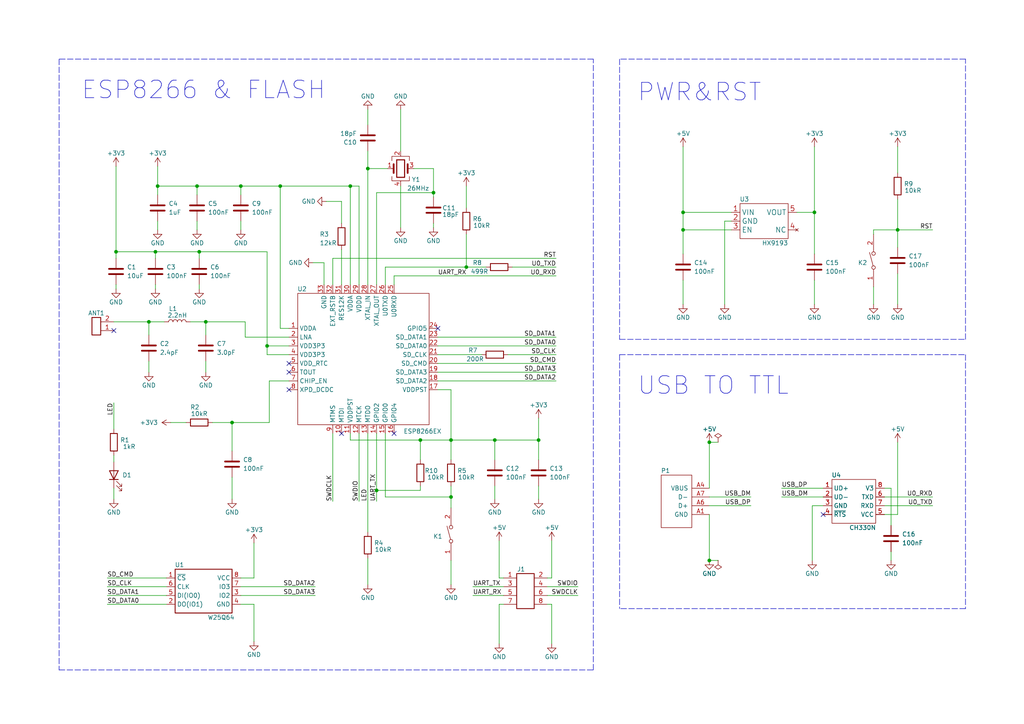
<source format=kicad_sch>
(kicad_sch (version 20211123) (generator eeschema)
  (paper "A4")
  (title_block (title "ESP8266 Wireless DAP") (date "2022-02-19") (rev "Version 1.2.2"))
  (lib_symbols
    (symbol "Connector:USB_C_Plug_USB2.0" (pin_names (offset 1.016))
      (property "Reference" "P" (at 0 16.51 0))
      (property "Value" "USB_C_Plug_USB2.0" (at 19.05 -1.27 0))
      (symbol "USB_C_Plug_USB2.0_0_0"
        (pin no_connect line (at -2.54 11.43 0) (length 2.54) hide (name "NC") (number "A5"))
        (pin no_connect line (at -2.54 8.89 0) (length 2.54) hide (name "NC") (number "A8"))
        (pin no_connect line (at -2.54 6.35 0) (length 2.54) hide (name "NC") (number "B5"))
        (pin no_connect line (at -2.54 3.81 0) (length 2.54) hide (name "NC") (number "B8"))
      )
      (symbol "USB_C_Plug_USB2.0_0_1"
        (rectangle (start 0 15.24) (end 8.89 0))
      )
      (symbol "USB_C_Plug_USB2.0_1_1"
        (pin passive line (at 13.97 3.81 180) (length 5.08) (name "GND") (number "A1"))
        (pin passive line (at 13.97 3.81 180) (length 5.08) hide (name "GND") (number "A12"))
        (pin passive line (at 13.97 11.43 180) (length 5.08) (name "VBUS") (number "A4"))
        (pin bidirectional line (at 13.97 6.35 180) (length 5.08) (name "D+") (number "A6"))
        (pin bidirectional line (at 13.97 8.89 180) (length 5.08) (name "D-") (number "A7"))
        (pin passive line (at 13.97 11.43 180) (length 5.08) hide (name "VBUS") (number "A9"))
        (pin passive line (at 13.97 3.81 180) (length 5.08) hide (name "GND") (number "B1"))
        (pin passive line (at 13.97 3.81 180) (length 5.08) hide (name "GND") (number "B12"))
        (pin passive line (at 13.97 11.43 180) (length 5.08) hide (name "VBUS") (number "B4"))
        (pin bidirectional line (at 13.97 6.35 180) (length 5.08) hide (name "D+") (number "B6"))
        (pin bidirectional line (at 13.97 8.89 180) (length 5.08) hide (name "D-") (number "B7"))
        (pin passive line (at 13.97 11.43 180) (length 5.08) hide (name "VBUS") (number "B9"))
      )
    )
    (symbol "Connector_Generic:Conn_01x02" (pin_names (offset 1.016) hide)
      (property "Reference" "J" (at 0 2.54 0))
      (property "Value" "Conn_01x02" (at 0 -5.08 0))
      (symbol "Conn_01x02_1_1"
        (rectangle (start -1.27 1.27) (end 1.27 -3.81) (stroke (width 0.254)))
        (pin passive line (at -5.08 0 0) (length 3.81) (name "Pin_1") (number "1"))
        (pin passive line (at -5.08 -2.54 0) (length 3.81) (name "Pin_2") (number "2"))
      )
    )
    (symbol "Connector_Generic:Conn_02x04_Odd_Even" (pin_names (offset 1.016) hide)
      (property "Reference" "J" (at 1.27 5.08 0))
      (property "Value" "Conn_02x04_Odd_Even" (at 1.27 -7.62 0))
      (symbol "Conn_02x04_Odd_Even_1_1"
        (rectangle (start -1.27 3.81) (end 3.81 -6.35) (stroke (width 0.254)))
        (pin passive line (at -5.08 2.54 0) (length 3.81) (name "Pin_1") (number "1"))
        (pin passive line (at 7.62 2.54 180) (length 3.81) (name "Pin_2") (number "2"))
        (pin passive line (at -5.08 0 0) (length 3.81) (name "Pin_3") (number "3"))
        (pin passive line (at 7.62 0 180) (length 3.81) (name "Pin_4") (number "4"))
        (pin passive line (at -5.08 -2.54 0) (length 3.81) (name "Pin_5") (number "5"))
        (pin passive line (at 7.62 -2.54 180) (length 3.81) (name "Pin_6") (number "6"))
        (pin passive line (at -5.08 -5.08 0) (length 3.81) (name "Pin_7") (number "7"))
        (pin passive line (at 7.62 -5.08 180) (length 3.81) (name "Pin_8") (number "8"))
      )
    )
    (symbol "Device:C" (pin_numbers hide) (pin_names (offset 0.254))
      (property "Reference" "C" (at 0.635 2.54 0))
      (property "Value" "C" (at 0.635 -2.54 0))
      (symbol "C_0_1"
        (polyline (pts (xy -2.032 -0.762) (xy 2.032 -0.762)) (stroke (width 0.508)))
        (polyline (pts (xy -2.032 0.762) (xy 2.032 0.762)) (stroke (width 0.508)))
      )
      (symbol "C_1_1"
        (pin passive line (at 0 3.81 270) (length 2.794) (name "~") (number "1"))
        (pin passive line (at 0 -3.81 90) (length 2.794) (name "~") (number "2"))
      )
    )
    (symbol "Device:Crystal_GND24" (pin_names (offset 1.016) hide)
      (property "Reference" "Y" (at 3.175 5.08 0))
      (property "Value" "Crystal_GND24" (at 3.175 3.175 0))
      (symbol "Crystal_GND24_0_1"
        (rectangle (start -1.143 2.54) (end 1.143 -2.54) (stroke (width 0.3048)))
        (polyline (pts (xy -2.54 0) (xy -2.032 0)))
        (polyline (pts (xy -2.032 -1.27) (xy -2.032 1.27)) (stroke (width 0.508)))
        (polyline (pts (xy 0 -3.81) (xy 0 -3.556)))
        (polyline (pts (xy 0 3.556) (xy 0 3.81)))
        (polyline (pts (xy 2.032 -1.27) (xy 2.032 1.27)) (stroke (width 0.508)))
        (polyline (pts (xy 2.032 0) (xy 2.54 0)))
        (polyline (pts (xy -2.54 -2.286) (xy -2.54 -3.556) (xy 2.54 -3.556) (xy 2.54 -2.286)))
        (polyline (pts (xy -2.54 2.286) (xy -2.54 3.556) (xy 2.54 3.556) (xy 2.54 2.286)))
      )
      (symbol "Crystal_GND24_1_1"
        (pin passive line (at -3.81 0 0) (length 1.27) (name "1") (number "1"))
        (pin passive line (at 0 5.08 270) (length 1.27) (name "2") (number "2"))
        (pin passive line (at 3.81 0 180) (length 1.27) (name "3") (number "3"))
        (pin passive line (at 0 -5.08 90) (length 1.27) (name "4") (number "4"))
      )
    )
    (symbol "Device:L" (pin_numbers hide) (pin_names (offset 1.016) hide)
      (property "Reference" "L" (at -1.27 0 90))
      (property "Value" "L" (at 1.905 0 90))
      (symbol "L_0_1"
        (arc (start 0 -2.54) (mid 0.635 -1.905) (end 0 -1.27))
        (arc (start 0 -1.27) (mid 0.635 -0.635) (end 0 0))
        (arc (start 0 0) (mid 0.635 0.635) (end 0 1.27))
        (arc (start 0 1.27) (mid 0.635 1.905) (end 0 2.54))
      )
      (symbol "L_1_1"
        (pin passive line (at 0 3.81 270) (length 1.27) (name "1") (number "1"))
        (pin passive line (at 0 -3.81 90) (length 1.27) (name "2") (number "2"))
      )
    )
    (symbol "Device:LED" (pin_numbers hide) (pin_names (offset 1.016) hide)
      (property "Reference" "D" (at 0 2.54 0))
      (property "Value" "LED" (at 0 -2.54 0))
      (symbol "LED_0_1"
        (polyline (pts (xy -1.27 -1.27) (xy -1.27 1.27)) (stroke (width 0.254)))
        (polyline (pts (xy -1.27 0) (xy 1.27 0)))
        (polyline (pts (xy 1.27 -1.27) (xy 1.27 1.27) (xy -1.27 0) (xy 1.27 -1.27)) (stroke (width 0.254)))
        (polyline (pts (xy -3.048 -0.762) (xy -4.572 -2.286) (xy -3.81 -2.286) (xy -4.572 -2.286) (xy -4.572 -1.524)))
        (polyline (pts (xy -1.778 -0.762) (xy -3.302 -2.286) (xy -2.54 -2.286) (xy -3.302 -2.286) (xy -3.302 -1.524)))
      )
      (symbol "LED_1_1"
        (pin passive line (at -3.81 0 0) (length 2.54) (name "K") (number "1"))
        (pin passive line (at 3.81 0 180) (length 2.54) (name "A") (number "2"))
      )
    )
    (symbol "Device:R" (pin_numbers hide) (pin_names (offset 0))
      (property "Reference" "R" (at 2.032 0 90))
      (property "Value" "R" (at 0 0 90))
      (symbol "R_0_1"
        (rectangle (start -1.016 -2.54) (end 1.016 2.54) (stroke (width 0.254)))
      )
      (symbol "R_1_1"
        (pin passive line (at 0 3.81 270) (length 1.27) (name "~") (number "1"))
        (pin passive line (at 0 -3.81 90) (length 1.27) (name "~") (number "2"))
      )
    )
    (symbol "ESP8266:ESP8266EX"
      (property "Reference" "U" (at 31.75 39.37 0))
      (property "Value" "ESP8266EX" (at 35.56 -1.27 0))
      (symbol "ESP8266EX_0_1"
        (rectangle (start 0 38.1) (end 38.1 0))
      )
      (symbol "ESP8266EX_1_1"
        (pin power_in line (at -2.54 27.94 0) (length 2.54) (name "VDDA") (number "1"))
        (pin bidirectional line (at 12.7 -2.54 90) (length 2.54) (name "MTDI") (number "10"))
        (pin power_in line (at 15.24 -2.54 90) (length 2.54) (name "VDDPST") (number "11"))
        (pin bidirectional line (at 17.78 -2.54 90) (length 2.54) (name "MTCK") (number "12"))
        (pin bidirectional line (at 20.32 -2.54 90) (length 2.54) (name "MTDO") (number "13"))
        (pin bidirectional line (at 22.86 -2.54 90) (length 2.54) (name "GPIO2") (number "14"))
        (pin bidirectional line (at 25.4 -2.54 90) (length 2.54) (name "GPIO0") (number "15"))
        (pin bidirectional line (at 27.94 -2.54 90) (length 2.54) (name "GPIO4") (number "16"))
        (pin power_in line (at 40.64 10.16 180) (length 2.54) (name "VDDPST") (number "17"))
        (pin bidirectional line (at 40.64 12.7 180) (length 2.54) (name "SD_DATA2") (number "18"))
        (pin bidirectional line (at 40.64 15.24 180) (length 2.54) (name "SD_DATA3") (number "19"))
        (pin input line (at -2.54 25.4 0) (length 2.54) (name "LNA") (number "2"))
        (pin bidirectional line (at 40.64 17.78 180) (length 2.54) (name "SD_CMD") (number "20"))
        (pin bidirectional line (at 40.64 20.32 180) (length 2.54) (name "SD_CLK") (number "21"))
        (pin bidirectional line (at 40.64 22.86 180) (length 2.54) (name "SD_DATA0") (number "22"))
        (pin bidirectional line (at 40.64 25.4 180) (length 2.54) (name "SD_DATA1") (number "23"))
        (pin bidirectional line (at 40.64 27.94 180) (length 2.54) (name "GPIO5") (number "24"))
        (pin bidirectional line (at 27.94 40.64 270) (length 2.54) (name "U0RXD") (number "25"))
        (pin bidirectional line (at 25.4 40.64 270) (length 2.54) (name "U0TXD") (number "26"))
        (pin input line (at 22.86 40.64 270) (length 2.54) (name "XTAL_OUT") (number "27"))
        (pin input line (at 20.32 40.64 270) (length 2.54) (name "XTAL_IN") (number "28"))
        (pin power_in line (at 17.78 40.64 270) (length 2.54) (name "VDDD") (number "29"))
        (pin power_in line (at -2.54 22.86 0) (length 2.54) (name "VDD3P3") (number "3"))
        (pin power_in line (at 15.24 40.64 270) (length 2.54) (name "VDDA") (number "30"))
        (pin output line (at 12.7 40.64 270) (length 2.54) (name "RES12K") (number "31"))
        (pin input line (at 10.16 40.64 270) (length 2.54) (name "EXT_RSTB") (number "32"))
        (pin power_in line (at 7.62 40.64 270) (length 2.54) (name "GND") (number "33"))
        (pin power_in line (at -2.54 20.32 0) (length 2.54) (name "VDD3P3") (number "4"))
        (pin passive line (at -2.54 17.78 0) (length 2.54) (name "VDD_RTC") (number "5"))
        (pin passive line (at -2.54 15.24 0) (length 2.54) (name "TOUT") (number "6"))
        (pin input line (at -2.54 12.7 0) (length 2.54) (name "CHIP_EN") (number "7"))
        (pin passive line (at -2.54 10.16 0) (length 2.54) (name "XPD_DCDC") (number "8"))
        (pin bidirectional line (at 10.16 -2.54 90) (length 2.54) (name "MTMS") (number "9"))
      )
    )
    (symbol "ESP8266:HX9193"
      (property "Reference" "U" (at 1.27 11.43 0))
      (property "Value" "HX9193" (at 10.16 -1.27 0))
      (symbol "HX9193_0_1"
        (rectangle (start 0 10.16) (end 13.97 0))
      )
      (symbol "HX9193_1_1"
        (pin power_in line (at -2.54 7.62 0) (length 2.54) (name "VIN") (number "1"))
        (pin power_in line (at -2.54 5.08 0) (length 2.54) (name "GND") (number "2"))
        (pin input line (at -2.54 2.54 0) (length 2.54) (name "EN") (number "3"))
        (pin no_connect line (at 16.51 2.54 180) (length 2.54) (name "NC") (number "4"))
        (pin power_out line (at 16.51 7.62 180) (length 2.54) (name "VOUT") (number "5"))
      )
    )
    (symbol "ESP8266:W25Q64"
      (property "Reference" "U" (at 1.27 13.97 0))
      (property "Value" "W25Q64" (at 12.7 -1.27 0))
      (symbol "W25Q64_0_1"
        (rectangle (start 0 12.7) (end 16.51 0) (stroke (width 0.254)))
      )
      (symbol "W25Q64_1_1"
        (pin input line (at -2.54 10.16 0) (length 2.54) (name "~{CS}") (number "1"))
        (pin bidirectional line (at -2.54 2.54 0) (length 2.54) (name "DO(IO1)") (number "2"))
        (pin bidirectional line (at 19.05 5.08 180) (length 2.54) (name "IO2") (number "3"))
        (pin power_in line (at 19.05 2.54 180) (length 2.54) (name "GND") (number "4"))
        (pin bidirectional line (at -2.54 5.08 0) (length 2.54) (name "DI(IO0)") (number "5"))
        (pin input line (at -2.54 7.62 0) (length 2.54) (name "CLK") (number "6"))
        (pin bidirectional line (at 19.05 7.62 180) (length 2.54) (name "IO3") (number "7"))
        (pin power_in line (at 19.05 10.16 180) (length 2.54) (name "VCC") (number "8"))
      )
    )
    (symbol "Interface_USB:CH330N"
      (property "Reference" "U" (at 0 13.97 0))
      (property "Value" "CH330N" (at 15.24 -1.27 0))
      (symbol "CH330N_0_1"
        (rectangle (start 0 12.7) (end 12.7 0))
      )
      (symbol "CH330N_1_1"
        (pin bidirectional line (at -2.54 10.16 0) (length 2.54) (name "UD+") (number "1"))
        (pin bidirectional line (at -2.54 7.62 0) (length 2.54) (name "UD-") (number "2"))
        (pin power_in line (at -2.54 5.08 0) (length 2.54) (name "GND") (number "3"))
        (pin output line (at -2.54 2.54 0) (length 2.54) (name "~{RTS}") (number "4"))
        (pin power_in line (at 15.24 2.54 180) (length 2.54) (name "VCC") (number "5"))
        (pin output line (at 15.24 7.62 180) (length 2.54) (name "TXD") (number "6"))
        (pin input line (at 15.24 5.08 180) (length 2.54) (name "RXD") (number "7"))
        (pin passive line (at 15.24 10.16 180) (length 2.54) (name "V3") (number "8"))
      )
    )
    (symbol "Switch:SW_DIP_x01" (pin_names (offset 0) hide)
      (property "Reference" "SW" (at 0 3.81 0))
      (property "Value" "SW_DIP_x01" (at 0 -3.81 0))
      (symbol "SW_DIP_x01_0_0"
        (circle (center -2.032 0) (radius 0.508))
        (polyline (pts (xy -1.524 0.127) (xy 2.3622 1.1684)))
        (circle (center 2.032 0) (radius 0.508))
      )
      (symbol "SW_DIP_x01_1_1"
        (pin passive line (at -7.62 0 0) (length 5.08) (name "~") (number "1"))
        (pin passive line (at 7.62 0 180) (length 5.08) (name "~") (number "2"))
      )
    )
    (symbol "power:+3.3V" (power) (pin_names (offset 0))
      (property "Value" "+3.3V" (at 0 3.556 0))
      (symbol "+3.3V_0_1"
        (polyline (pts (xy -0.762 1.27) (xy 0 2.54)))
        (polyline (pts (xy 0 0) (xy 0 2.54)))
        (polyline (pts (xy 0 2.54) (xy 0.762 1.27)))
      )
      (symbol "+3.3V_1_1"
        (pin power_in line (at 0 0 90) (length 0) hide (name "+3V3") (number "1"))
      )
    )
    (symbol "power:+5V" (power) (pin_names (offset 0))
      (property "Value" "+5V" (at 0 3.556 0))
      (symbol "+5V_0_1"
        (polyline (pts (xy -0.762 1.27) (xy 0 2.54)))
        (polyline (pts (xy 0 0) (xy 0 2.54)))
        (polyline (pts (xy 0 2.54) (xy 0.762 1.27)))
      )
      (symbol "+5V_1_1"
        (pin power_in line (at 0 0 90) (length 0) hide (name "+5V") (number "1"))
      )
    )
    (symbol "power:GND" (power) (pin_names (offset 0))
      (property "Value" "GND" (at 0 -3.81 0))
      (symbol "GND_0_1"
        (polyline (pts (xy 0 0) (xy 0 -1.27) (xy 1.27 -1.27) (xy 0 -2.54) (xy -1.27 -1.27) (xy 0 -1.27)))
      )
      (symbol "GND_1_1"
        (pin power_in line (at 0 0 270) (length 0) hide (name "GND") (number "1"))
      )
    )
    (symbol "power:PWR_FLAG" (power) (pin_numbers hide) (pin_names (offset 0) hide)
      (property "Value" "PWR_FLAG" (at 0 3.81 0))
      (symbol "PWR_FLAG_0_0"
        (pin power_out line (at 0 0 90) (length 0) (name "pwr") (number "1"))
      )
      (symbol "PWR_FLAG_0_1"
        (polyline (pts (xy 0 0) (xy 0 1.27) (xy -1.016 1.905) (xy 0 2.54) (xy 1.016 1.905) (xy 0 1.27)))
      )
    )
  )
  (junction (at 121.92 127.635))
  (junction (at 135.255 77.47))
  (junction (at 260.35 66.675))
  (junction (at 81.28 53.975))
  (junction (at 156.21 127.635))
  (junction (at 205.74 162.56))
  (junction (at 45.085 73.025))
  (junction (at 57.785 73.025))
  (junction (at 130.81 127.635))
  (junction (at 205.74 128.27))
  (junction (at 67.31 122.555))
  (junction (at 43.18 93.345))
  (junction (at 125.73 55.88))
  (junction (at 77.47 100.33))
  (junction (at 33.655 73.025))
  (junction (at 143.51 127.635))
  (junction (at 69.85 53.975))
  (junction (at 198.12 61.595))
  (junction (at 101.6 53.975))
  (junction (at 57.15 53.975))
  (junction (at 106.68 48.895))
  (junction (at 236.22 61.595))
  (junction (at 198.12 66.675))
  (junction (at 130.81 144.145))
  (junction (at 59.69 93.345))
  (junction (at 45.72 53.975))
  (junction (at 109.22 142.24))
  (no_connect (at 33.02 95.885))
  (no_connect (at 238.76 149.225))
  (no_connect (at 99.06 125.73))
  (no_connect (at 127 95.25))
  (no_connect (at 114.3 125.73))
  (no_connect (at 83.82 107.95))
  (no_connect (at 83.82 105.41))
  (no_connect (at 83.82 113.03))
  (wire (pts (xy 198.12 66.675) (xy 212.09 66.675)))
  (wire (pts (xy 130.81 162.56) (xy 130.81 169.545)))
  (wire (pts (xy 125.73 48.895) (xy 120.015 48.895)))
  (wire (pts (xy 127 105.41) (xy 161.29 105.41)))
  (wire (pts (xy 205.74 128.27) (xy 205.74 141.605)))
  (wire (pts (xy 198.12 66.675) (xy 198.12 73.66)))
  (wire (pts (xy 226.695 141.605) (xy 238.76 141.605)))
  (wire (pts (xy 31.115 167.64) (xy 48.26 167.64)))
  (wire (pts (xy 205.74 162.56) (xy 208.28 162.56)))
  (wire (pts (xy 109.22 82.55) (xy 109.22 55.88)))
  (wire (pts (xy 111.76 144.145) (xy 130.81 144.145)))
  (wire (pts (xy 93.98 76.2) (xy 93.98 82.55)))
  (wire (pts (xy 45.72 53.975) (xy 57.15 53.975)))
  (wire (pts (xy 260.35 149.225) (xy 256.54 149.225)))
  (wire (pts (xy 33.02 93.345) (xy 43.18 93.345)))
  (wire (pts (xy 256.54 144.145) (xy 270.51 144.145)))
  (wire (pts (xy 101.6 53.975) (xy 81.28 53.975)))
  (polyline (pts (xy 280.035 176.53) (xy 179.705 176.53)))
  (wire (pts (xy 127 107.95) (xy 161.29 107.95)))
  (wire (pts (xy 96.52 125.73) (xy 96.52 145.415)))
  (wire (pts (xy 143.51 140.97) (xy 143.51 144.78)))
  (wire (pts (xy 114.3 82.55) (xy 114.3 80.01)))
  (wire (pts (xy 77.47 73.025) (xy 77.47 100.33)))
  (wire (pts (xy 99.06 72.39) (xy 99.06 82.55)))
  (wire (pts (xy 81.28 95.25) (xy 81.28 53.975)))
  (wire (pts (xy 158.75 175.26) (xy 160.02 175.26)))
  (wire (pts (xy 127 102.87) (xy 139.7 102.87)))
  (wire (pts (xy 45.72 53.975) (xy 45.72 56.515)))
  (wire (pts (xy 125.73 57.15) (xy 125.73 55.88)))
  (polyline (pts (xy 179.705 102.87) (xy 280.035 102.87)))
  (wire (pts (xy 109.22 125.73) (xy 109.22 142.24)))
  (wire (pts (xy 236.22 61.595) (xy 236.22 42.545)))
  (wire (pts (xy 77.47 100.33) (xy 77.47 102.87)))
  (wire (pts (xy 160.02 167.64) (xy 160.02 156.845)))
  (wire (pts (xy 104.14 53.975) (xy 101.6 53.975)))
  (wire (pts (xy 57.15 56.515) (xy 57.15 53.975)))
  (wire (pts (xy 210.185 64.135) (xy 210.185 88.265)))
  (wire (pts (xy 253.365 67.945) (xy 253.365 66.675)))
  (wire (pts (xy 116.205 53.975) (xy 116.205 66.04)))
  (wire (pts (xy 67.31 122.555) (xy 67.31 130.81)))
  (wire (pts (xy 69.85 53.975) (xy 81.28 53.975)))
  (wire (pts (xy 57.15 53.975) (xy 69.85 53.975)))
  (wire (pts (xy 144.78 156.845) (xy 144.78 167.64)))
  (wire (pts (xy 106.68 36.195) (xy 106.68 31.75)))
  (wire (pts (xy 135.255 77.47) (xy 140.97 77.47)))
  (wire (pts (xy 69.85 64.135) (xy 69.85 66.675)))
  (polyline (pts (xy 280.035 17.145) (xy 179.705 17.145)))
  (wire (pts (xy 130.81 113.03) (xy 127 113.03)))
  (wire (pts (xy 130.81 127.635) (xy 130.81 133.35)))
  (wire (pts (xy 94.615 58.42) (xy 99.06 58.42)))
  (wire (pts (xy 78.105 110.49) (xy 78.105 122.555)))
  (wire (pts (xy 109.22 142.24) (xy 109.22 145.415)))
  (wire (pts (xy 258.445 141.605) (xy 258.445 152.4)))
  (wire (pts (xy 33.02 116.84) (xy 33.02 124.46)))
  (wire (pts (xy 253.365 66.675) (xy 260.35 66.675)))
  (wire (pts (xy 45.72 48.26) (xy 45.72 53.975)))
  (polyline (pts (xy 179.705 98.425) (xy 280.035 98.425)))
  (wire (pts (xy 83.82 100.33) (xy 77.47 100.33)))
  (wire (pts (xy 90.805 76.2) (xy 93.98 76.2)))
  (wire (pts (xy 236.22 81.28) (xy 236.22 88.265)))
  (wire (pts (xy 125.73 64.77) (xy 125.73 66.04)))
  (wire (pts (xy 156.21 140.97) (xy 156.21 144.78)))
  (wire (pts (xy 156.21 127.635) (xy 156.21 133.35)))
  (wire (pts (xy 57.785 73.025) (xy 77.47 73.025)))
  (wire (pts (xy 156.21 121.285) (xy 156.21 127.635)))
  (wire (pts (xy 135.255 53.975) (xy 135.255 60.325)))
  (wire (pts (xy 83.82 97.79) (xy 71.12 97.79)))
  (wire (pts (xy 33.02 141.605) (xy 33.02 144.78)))
  (wire (pts (xy 236.22 61.595) (xy 236.22 73.66)))
  (wire (pts (xy 33.02 133.985) (xy 33.02 132.08)))
  (wire (pts (xy 101.6 127.635) (xy 121.92 127.635)))
  (wire (pts (xy 130.81 144.145) (xy 130.81 147.32)))
  (wire (pts (xy 106.68 48.895) (xy 112.395 48.895)))
  (wire (pts (xy 111.76 125.73) (xy 111.76 144.145)))
  (wire (pts (xy 73.66 175.26) (xy 73.66 186.055)))
  (wire (pts (xy 43.18 104.775) (xy 43.18 107.95)))
  (wire (pts (xy 111.76 82.55) (xy 111.76 77.47)))
  (wire (pts (xy 101.6 125.73) (xy 101.6 127.635)))
  (polyline (pts (xy 172.085 194.31) (xy 172.085 17.145)))
  (wire (pts (xy 144.78 175.26) (xy 144.78 186.69)))
  (wire (pts (xy 160.02 175.26) (xy 160.02 186.69)))
  (polyline (pts (xy 280.035 102.87) (xy 280.035 176.53)))
  (wire (pts (xy 235.585 162.56) (xy 235.585 146.685)))
  (wire (pts (xy 33.655 48.26) (xy 33.655 73.025)))
  (wire (pts (xy 256.54 146.685) (xy 270.51 146.685)))
  (wire (pts (xy 121.92 127.635) (xy 130.81 127.635)))
  (wire (pts (xy 106.68 125.73) (xy 106.68 154.305)))
  (wire (pts (xy 49.53 122.555) (xy 53.975 122.555)))
  (wire (pts (xy 109.22 55.88) (xy 125.73 55.88)))
  (wire (pts (xy 71.12 93.345) (xy 59.69 93.345)))
  (wire (pts (xy 33.655 82.55) (xy 33.655 83.82)))
  (wire (pts (xy 83.82 95.25) (xy 81.28 95.25)))
  (wire (pts (xy 111.76 77.47) (xy 135.255 77.47)))
  (wire (pts (xy 205.74 128.27) (xy 208.28 128.27)))
  (wire (pts (xy 83.82 110.49) (xy 78.105 110.49)))
  (wire (pts (xy 158.75 167.64) (xy 160.02 167.64)))
  (wire (pts (xy 73.66 157.48) (xy 73.66 167.64)))
  (wire (pts (xy 226.695 144.145) (xy 238.76 144.145)))
  (wire (pts (xy 137.16 170.18) (xy 146.05 170.18)))
  (wire (pts (xy 161.29 74.93) (xy 96.52 74.93)))
  (wire (pts (xy 45.085 74.93) (xy 45.085 73.025)))
  (wire (pts (xy 114.3 80.01) (xy 161.29 80.01)))
  (wire (pts (xy 116.205 43.815) (xy 116.205 31.75)))
  (wire (pts (xy 205.74 149.225) (xy 205.74 162.56)))
  (wire (pts (xy 205.74 144.145) (xy 217.805 144.145)))
  (polyline (pts (xy 179.705 102.87) (xy 179.705 176.53)))
  (wire (pts (xy 125.73 48.895) (xy 125.73 55.88)))
  (wire (pts (xy 198.12 42.545) (xy 198.12 61.595)))
  (wire (pts (xy 258.445 160.02) (xy 258.445 162.56)))
  (wire (pts (xy 148.59 77.47) (xy 161.29 77.47)))
  (wire (pts (xy 256.54 141.605) (xy 258.445 141.605)))
  (wire (pts (xy 33.655 73.025) (xy 45.085 73.025)))
  (wire (pts (xy 31.115 172.72) (xy 48.26 172.72)))
  (wire (pts (xy 260.35 42.545) (xy 260.35 50.165)))
  (wire (pts (xy 106.68 161.925) (xy 106.68 169.545)))
  (wire (pts (xy 198.12 81.28) (xy 198.12 88.265)))
  (wire (pts (xy 147.32 102.87) (xy 161.29 102.87)))
  (wire (pts (xy 45.085 82.55) (xy 45.085 83.82)))
  (wire (pts (xy 212.09 64.135) (xy 210.185 64.135)))
  (wire (pts (xy 109.22 142.24) (xy 121.92 142.24)))
  (wire (pts (xy 69.85 175.26) (xy 73.66 175.26)))
  (wire (pts (xy 73.66 167.64) (xy 69.85 167.64)))
  (wire (pts (xy 235.585 146.685) (xy 238.76 146.685)))
  (wire (pts (xy 47.625 93.345) (xy 43.18 93.345)))
  (wire (pts (xy 69.85 53.975) (xy 69.85 56.515)))
  (wire (pts (xy 260.35 128.27) (xy 260.35 149.225)))
  (wire (pts (xy 57.15 64.135) (xy 57.15 66.675)))
  (wire (pts (xy 61.595 122.555) (xy 67.31 122.555)))
  (polyline (pts (xy 280.035 98.425) (xy 280.035 17.145)))
  (wire (pts (xy 45.72 64.135) (xy 45.72 66.675)))
  (wire (pts (xy 69.85 170.18) (xy 91.44 170.18)))
  (wire (pts (xy 198.12 61.595) (xy 198.12 66.675)))
  (wire (pts (xy 143.51 127.635) (xy 130.81 127.635)))
  (wire (pts (xy 59.69 104.775) (xy 59.69 107.95)))
  (wire (pts (xy 130.81 140.97) (xy 130.81 144.145)))
  (wire (pts (xy 260.35 79.375) (xy 260.35 88.265)))
  (wire (pts (xy 127 100.33) (xy 161.29 100.33)))
  (wire (pts (xy 106.68 82.55) (xy 106.68 48.895)))
  (wire (pts (xy 127 97.79) (xy 161.29 97.79)))
  (polyline (pts (xy 17.145 194.31) (xy 172.085 194.31)))
  (wire (pts (xy 106.68 43.815) (xy 106.68 48.895)))
  (wire (pts (xy 127 110.49) (xy 161.29 110.49)))
  (wire (pts (xy 121.92 142.24) (xy 121.92 140.97)))
  (wire (pts (xy 45.085 73.025) (xy 57.785 73.025)))
  (wire (pts (xy 55.245 93.345) (xy 59.69 93.345)))
  (wire (pts (xy 96.52 74.93) (xy 96.52 82.55)))
  (wire (pts (xy 78.105 122.555) (xy 67.31 122.555)))
  (wire (pts (xy 135.255 77.47) (xy 135.255 67.945)))
  (wire (pts (xy 121.92 127.635) (xy 121.92 133.35)))
  (wire (pts (xy 104.14 125.73) (xy 104.14 145.415)))
  (wire (pts (xy 146.05 175.26) (xy 144.78 175.26)))
  (wire (pts (xy 57.785 82.55) (xy 57.785 83.82)))
  (wire (pts (xy 260.35 57.785) (xy 260.35 66.675)))
  (wire (pts (xy 156.21 127.635) (xy 143.51 127.635)))
  (wire (pts (xy 99.06 58.42) (xy 99.06 64.77)))
  (wire (pts (xy 69.85 172.72) (xy 91.44 172.72)))
  (wire (pts (xy 260.35 66.675) (xy 260.35 71.755)))
  (wire (pts (xy 33.655 73.025) (xy 33.655 74.93)))
  (wire (pts (xy 231.14 61.595) (xy 236.22 61.595)))
  (wire (pts (xy 31.115 175.26) (xy 48.26 175.26)))
  (wire (pts (xy 67.31 138.43) (xy 67.31 144.78)))
  (polyline (pts (xy 172.085 17.145) (xy 17.145 17.145)))
  (wire (pts (xy 130.81 127.635) (xy 130.81 113.03)))
  (wire (pts (xy 71.12 97.79) (xy 71.12 93.345)))
  (wire (pts (xy 260.35 66.675) (xy 270.51 66.675)))
  (wire (pts (xy 158.75 170.18) (xy 167.64 170.18)))
  (wire (pts (xy 59.69 93.345) (xy 59.69 97.155)))
  (wire (pts (xy 205.74 146.685) (xy 217.805 146.685)))
  (wire (pts (xy 77.47 102.87) (xy 83.82 102.87)))
  (wire (pts (xy 31.115 170.18) (xy 48.26 170.18)))
  (wire (pts (xy 101.6 82.55) (xy 101.6 53.975)))
  (wire (pts (xy 137.16 172.72) (xy 146.05 172.72)))
  (wire (pts (xy 143.51 127.635) (xy 143.51 133.35)))
  (wire (pts (xy 57.785 73.025) (xy 57.785 74.93)))
  (polyline (pts (xy 17.145 17.145) (xy 17.145 194.31)))
  (wire (pts (xy 144.78 167.64) (xy 146.05 167.64)))
  (wire (pts (xy 158.75 172.72) (xy 167.64 172.72)))
  (wire (pts (xy 198.12 61.595) (xy 212.09 61.595)))
  (polyline (pts (xy 179.705 17.145) (xy 179.705 98.425)))
  (wire (pts (xy 43.18 93.345) (xy 43.18 97.155)))
  (wire (pts (xy 104.14 82.55) (xy 104.14 53.975)))
  (wire (pts (xy 253.365 83.185) (xy 253.365 88.265)))
  (text "ESP8266 & FLASH" (at 23.495 29.21 0) (effects (font (size 5.08 5.08)) (justify left bottom)))
  (text "PWR&RST" (at 184.785 29.845 0) (effects (font (size 5.08 5.08)) (justify left bottom)))
  (text "USB TO TTL" (at 184.785 114.935 0) (effects (font (size 5.08 5.08)) (justify left bottom)))
  (label "U0_RXD" (at 161.29 80.01 180))
  (label "SD_DATA3" (at 161.29 107.95 180))
  (label "SD_CLK" (at 31.115 170.18 0))
  (label "SWDCLK" (at 96.52 145.415 90))
  (label "SD_CLK" (at 161.29 102.87 180))
  (label "SD_DATA0" (at 161.29 100.33 180))
  (label "UART_RX" (at 137.16 172.72 0))
  (label "USB_DM" (at 217.805 144.145 180))
  (label "USB_DP" (at 226.695 141.605 0))
  (label "RST" (at 270.51 66.675 180))
  (label "SD_DATA2" (at 161.29 110.49 180))
  (label "SD_CMD" (at 161.29 105.41 180))
  (label "UART_TX" (at 137.16 170.18 0))
  (label "LED" (at 106.68 145.415 90))
  (label "USB_DP" (at 217.805 146.685 180))
  (label "U0_TXD" (at 161.29 77.47 180))
  (label "SWDCLK" (at 167.64 172.72 180))
  (label "LED" (at 33.02 116.84 270))
  (label "SD_DATA2" (at 91.44 170.18 180))
  (label "SD_DATA3" (at 91.44 172.72 180))
  (label "U0_TXD" (at 270.51 146.685 180))
  (label "UART_TX" (at 109.22 145.415 90))
  (label "SWDIO" (at 104.14 145.415 90))
  (label "SD_DATA1" (at 31.115 172.72 0))
  (label "U0_RXD" (at 270.51 144.145 180))
  (label "SD_DATA0" (at 31.115 175.26 0))
  (label "RST" (at 161.29 74.93 180))
  (label "UART_RX" (at 127 80.01 0))
  (label "USB_DM" (at 226.695 144.145 0))
  (label "SWDIO" (at 167.64 170.18 180))
  (label "SD_DATA1" (at 161.29 97.79 180))
  (label "SD_CMD" (at 31.115 167.64 0))
  (symbol (lib_id "power:GND") (at 57.15 66.675 0) (unit 1)
    (property "Reference" "#PWR010" (effects hide))
    (property "Value" "GND" (at 57.15 70.485 0))
  )
  (symbol (lib_id "power:GND") (at 94.615 58.42 270) (unit 1)
    (property "Reference" "#PWR018" (effects hide))
    (property "Value" "GND" (at 89.535 58.42 90))
  )
  (symbol (lib_id "power:+3.3V") (at 135.255 53.975 0) (unit 1)
    (property "Reference" "#PWR025" (effects hide))
    (property "Value" "+3.3V" (at 135.255 50.165 0))
  )
  (symbol (lib_id "Switch:SW_DIP_x01") (at 253.365 75.565 90) (unit 1)
    (property "Reference" "K2" (at 250.19 76.2 90))
    (property "Value" "SW_DIP_x01" (effects hide))
    (property "Footprint" "Button_Switch_SMD:SW_Push_SPST_NO_Alps_SKRK" (effects hide))
  )
  (symbol (lib_id "Device:C") (at 43.18 100.965 0) (unit 1)
    (property "Reference" "C2" (at 46.355 99.6949 0) (effects (justify left)))
    (property "Value" "2.4pF" (at 46.355 102.2349 0) (effects (justify left)))
    (property "Footprint" "Capacitor_SMD:C_0603_1608Metric" (effects hide))
  )
  (symbol (lib_id "Device:C") (at 143.51 137.16 0) (unit 1)
    (property "Reference" "C12" (at 146.685 135.8899 0) (effects (justify left)))
    (property "Value" "100nF" (at 146.685 138.4299 0) (effects (justify left)))
    (property "Footprint" "Capacitor_SMD:C_0603_1608Metric" (effects hide))
  )
  (symbol (lib_id "power:GND") (at 116.205 66.04 0) (unit 1)
    (property "Reference" "#PWR022" (effects hide))
    (property "Value" "GND" (at 116.205 69.85 0))
  )
  (symbol (lib_id "ESP8266:HX9193") (at 214.63 69.215 0) (unit 1)
    (property "Reference" "U3" (at 215.9 57.785 0))
    (property "Value" "HX9193" (at 224.79 70.485 0))
    (property "Footprint" "Package_TO_SOT_SMD:SOT-23-5" (effects hide))
  )
  (symbol (lib_id "power:+3.3V") (at 260.35 42.545 0) (unit 1)
    (property "Reference" "#PWR043" (effects hide))
    (property "Value" "+3.3V" (at 260.35 38.735 0))
  )
  (symbol (lib_id "Device:C") (at 59.69 100.965 0) (unit 1)
    (property "Reference" "C7" (at 62.865 99.6949 0) (effects (justify left)))
    (property "Value" "3.0pF" (at 62.865 102.2349 0) (effects (justify left)))
    (property "Footprint" "Capacitor_SMD:C_0603_1608Metric" (effects hide))
  )
  (symbol (lib_id "power:GND") (at 125.73 66.04 0) (unit 1)
    (property "Reference" "#PWR023" (effects hide))
    (property "Value" "GND" (at 125.73 69.85 0))
  )
  (symbol (lib_id "power:GND") (at 67.31 144.78 0) (unit 1)
    (property "Reference" "#PWR013" (effects hide))
    (property "Value" "GND" (at 67.31 148.59 0))
  )
  (symbol (lib_id "power:GND") (at 90.805 76.2 270) (unit 1)
    (property "Reference" "#PWR017" (effects hide))
    (property "Value" "GND" (at 85.725 76.2 90))
  )
  (symbol (lib_id "Device:C") (at 33.655 78.74 0) (unit 1)
    (property "Reference" "C1" (at 36.83 77.4699 0) (effects (justify left)))
    (property "Value" "10uF" (at 36.83 80.0099 0) (effects (justify left)))
    (property "Footprint" "Capacitor_SMD:C_0603_1608Metric" (effects hide))
  )
  (symbol (lib_id "power:+3.3V") (at 73.66 157.48 0) (unit 1)
    (property "Reference" "#PWR015" (effects hide))
    (property "Value" "+3.3V" (at 73.66 153.67 0))
  )
  (symbol (lib_id "power:GND") (at 160.02 186.69 0) (mirror y) (unit 1)
    (property "Reference" "#PWR032" (effects hide))
    (property "Value" "GND" (at 160.02 190.5 0))
  )
  (symbol (lib_id "power:GND") (at 106.68 31.75 180) (unit 1)
    (property "Reference" "#PWR019" (effects hide))
    (property "Value" "GND" (at 106.68 27.94 0))
  )
  (symbol (lib_id "Connector_Generic:Conn_02x04_Odd_Even") (at 151.13 170.18 0) (unit 1)
    (property "Reference" "J1" (at 151.13 165.1 0))
    (property "Value" "Conn_02x04_Odd_Even" (effects hide))
    (property "Footprint" "Connector_PinHeader_1.27mm:PinHeader_2x04_P1.27mm_Vertical_SMD" (effects hide))
  )
  (symbol (lib_id "Device:R") (at 135.255 64.135 180) (unit 1)
    (property "Reference" "R6" (at 138.43 63.5 0))
    (property "Value" "10kR" (at 139.7 65.405 0))
    (property "Footprint" "Resistor_SMD:R_0603_1608Metric" (effects hide))
  )
  (symbol (lib_id "Device:C") (at 125.73 60.96 0) (unit 1)
    (property "Reference" "C11" (at 128.27 60.325 0) (effects (justify left)))
    (property "Value" "18pF" (at 128.27 62.23 0) (effects (justify left)))
    (property "Footprint" "Capacitor_SMD:C_0603_1608Metric" (effects hide))
  )
  (symbol (lib_id "power:GND") (at 198.12 88.265 0) (unit 1)
    (property "Reference" "#PWR034" (effects hide))
    (property "Value" "GND" (at 198.12 92.075 0))
  )
  (symbol (lib_id "Device:R") (at 99.06 68.58 0) (unit 1)
    (property "Reference" "R3" (at 92.71 67.945 0) (effects (justify left)))
    (property "Value" "12kR" (at 92.71 70.485 0) (effects (justify left)))
    (property "Footprint" "Resistor_SMD:R_0603_1608Metric" (effects hide))
  )
  (symbol (lib_id "power:PWR_FLAG") (at 208.28 128.27 0) (unit 1)
    (property "Reference" "#FLG01" (effects hide))
    (property "Value" "PWR_FLAG" (effects hide))
  )
  (symbol (lib_id "power:+3.3V") (at 156.21 121.285 0) (unit 1)
    (property "Reference" "#PWR029" (effects hide))
    (property "Value" "+3.3V" (at 156.21 117.475 0))
  )
  (symbol (lib_id "power:GND") (at 235.585 162.56 0) (unit 1)
    (property "Reference" "#PWR038" (effects hide))
    (property "Value" "GND" (at 235.585 166.37 0))
  )
  (symbol (lib_id "power:+3.3V") (at 33.655 48.26 0) (unit 1)
    (property "Reference" "#PWR02" (effects hide))
    (property "Value" "+3.3V" (at 33.655 44.45 0))
  )
  (symbol (lib_id "Device:R") (at 57.785 122.555 90) (unit 1)
    (property "Reference" "R2" (at 56.515 118.11 90))
    (property "Value" "10kR" (at 57.785 120.015 90))
    (property "Footprint" "Resistor_SMD:R_0603_1608Metric" (effects hide))
  )
  (symbol (lib_id "Connector:USB_C_Plug_USB2.0") (at 191.77 153.035 0) (unit 1)
    (property "Reference" "P1" (at 193.04 136.525 0))
    (property "Value" "USB_C_Plug_USB2.0" (effects hide))
    (property "Footprint" "Connector_USB:USB_C_Receptacle_HRO_TYPE-C-31-M-12" (effects hide))
    (property "Datasheet" "https://www.usb.org/sites/default/files/documents/usb_type-c.zip" (effects hide))
  )
  (symbol (lib_id "power:+5V") (at 144.78 156.845 0) (unit 1)
    (property "Reference" "#PWR027" (effects hide))
    (property "Value" "+5V" (at 144.78 153.035 0))
  )
  (symbol (lib_id "power:GND") (at 258.445 162.56 0) (unit 1)
    (property "Reference" "#PWR042" (effects hide))
    (property "Value" "GND" (at 258.445 166.37 0))
  )
  (symbol (lib_id "Device:R") (at 260.35 53.975 180) (unit 1)
    (property "Reference" "R9" (at 263.525 53.34 0))
    (property "Value" "10kR" (at 264.795 55.245 0))
    (property "Footprint" "Resistor_SMD:R_0603_1608Metric" (effects hide))
  )
  (symbol (lib_id "Device:L") (at 51.435 93.345 90) (unit 1)
    (property "Reference" "L1" (at 50.165 89.535 90))
    (property "Value" "2.2nH" (at 51.435 91.44 90))
    (property "Footprint" "Inductor_SMD:L_0603_1608Metric" (effects hide))
  )
  (symbol (lib_id "power:GND") (at 205.74 162.56 0) (unit 1)
    (property "Reference" "#PWR036" (effects hide))
    (property "Value" "GND" (at 205.74 166.37 0))
  )
  (symbol (lib_id "power:GND") (at 156.21 144.78 0) (unit 1)
    (property "Reference" "#PWR030" (effects hide))
    (property "Value" "GND" (at 156.21 148.59 0))
  )
  (symbol (lib_id "ESP8266:ESP8266EX") (at 86.36 123.19 0) (unit 1)
    (property "Reference" "U2" (at 87.63 83.82 0))
    (property "Value" "ESP8266EX" (at 122.555 125.095 0))
    (property "Footprint" "ESP8266:ESP8266" (effects hide))
  )
  (symbol (lib_id "Device:R") (at 33.02 128.27 180) (unit 1)
    (property "Reference" "R1" (at 36.195 127.635 0))
    (property "Value" "1kR" (at 37.465 129.54 0))
    (property "Footprint" "Resistor_SMD:R_0603_1608Metric" (effects hide))
  )
  (symbol (lib_id "power:GND") (at 45.72 66.675 0) (unit 1)
    (property "Reference" "#PWR08" (effects hide))
    (property "Value" "GND" (at 45.72 70.485 0))
  )
  (symbol (lib_id "power:GND") (at 143.51 144.78 0) (unit 1)
    (property "Reference" "#PWR026" (effects hide))
    (property "Value" "GND" (at 143.51 148.59 0))
  )
  (symbol (lib_id "Device:C") (at 69.85 60.325 0) (unit 1)
    (property "Reference" "C9" (at 73.025 59.0549 0) (effects (justify left)))
    (property "Value" "100nF" (at 73.025 61.5949 0) (effects (justify left)))
    (property "Footprint" "Capacitor_SMD:C_0603_1608Metric" (effects hide))
  )
  (symbol (lib_id "power:GND") (at 43.18 107.95 0) (unit 1)
    (property "Reference" "#PWR05" (effects hide))
    (property "Value" "GND" (at 43.18 111.76 0))
  )
  (symbol (lib_id "power:+3.3V") (at 236.22 42.545 0) (unit 1)
    (property "Reference" "#PWR039" (effects hide))
    (property "Value" "+3.3V" (at 236.22 38.735 0))
  )
  (symbol (lib_id "Device:R") (at 143.51 102.87 90) (unit 1)
    (property "Reference" "R7" (at 137.16 101.6 90))
    (property "Value" "200R" (at 137.795 104.14 90))
    (property "Footprint" "Resistor_SMD:R_0603_1608Metric" (effects hide))
  )
  (symbol (lib_id "Connector_Generic:Conn_01x02") (at 27.94 95.885 180) (unit 1)
    (property "Reference" "ANT1" (at 27.94 90.805 0))
    (property "Value" "Conn_01x02" (effects hide))
    (property "Footprint" "RF_Antenna:Johanson_2450AT18x100" (effects hide))
  )
  (symbol (lib_id "power:+3.3V") (at 49.53 122.555 90) (unit 1)
    (property "Reference" "#PWR09" (effects hide))
    (property "Value" "+3.3V" (at 43.18 122.555 90))
  )
  (symbol (lib_id "Device:C") (at 260.35 75.565 0) (unit 1)
    (property "Reference" "C17" (at 263.525 74.2949 0) (effects (justify left)))
    (property "Value" "100nF" (at 263.525 76.8349 0) (effects (justify left)))
    (property "Footprint" "Capacitor_SMD:C_0603_1608Metric" (effects hide))
  )
  (symbol (lib_id "power:GND") (at 59.69 107.95 0) (unit 1)
    (property "Reference" "#PWR012" (effects hide))
    (property "Value" "GND" (at 59.69 111.76 0))
  )
  (symbol (lib_id "ESP8266:W25Q64") (at 50.8 177.8 0) (unit 1)
    (property "Reference" "U1" (at 52.07 163.83 0))
    (property "Value" "W25Q64" (at 64.135 179.07 0))
    (property "Footprint" "Package_SO:SOIC-8_5.23x5.23mm_P1.27mm" (effects hide))
  )
  (symbol (lib_id "Device:C") (at 106.68 40.005 180) (unit 1)
    (property "Reference" "C10" (at 103.505 41.2751 0) (effects (justify left)))
    (property "Value" "18pF" (at 103.505 38.7351 0) (effects (justify left)))
    (property "Footprint" "Capacitor_SMD:C_0603_1608Metric" (effects hide))
  )
  (symbol (lib_id "Device:C") (at 258.445 156.21 0) (unit 1)
    (property "Reference" "C16" (at 261.62 154.9399 0) (effects (justify left)))
    (property "Value" "100nF" (at 261.62 157.4799 0) (effects (justify left)))
    (property "Footprint" "Capacitor_SMD:C_0603_1608Metric" (effects hide))
  )
  (symbol (lib_id "power:GND") (at 106.68 169.545 0) (unit 1)
    (property "Reference" "#PWR020" (effects hide))
    (property "Value" "GND" (at 106.68 173.355 0))
  )
  (symbol (lib_id "power:GND") (at 130.81 169.545 0) (unit 1)
    (property "Reference" "#PWR024" (effects hide))
    (property "Value" "GND" (at 130.81 173.355 0))
  )
  (symbol (lib_id "power:GND") (at 69.85 66.675 0) (unit 1)
    (property "Reference" "#PWR014" (effects hide))
    (property "Value" "GND" (at 69.85 70.485 0))
  )
  (symbol (lib_id "Device:R") (at 121.92 137.16 180) (unit 1)
    (property "Reference" "R10" (at 125.095 136.525 0))
    (property "Value" "10kR" (at 126.365 138.43 0))
    (property "Footprint" "Resistor_SMD:R_0603_1608Metric" (effects hide))
  )
  (symbol (lib_id "power:GND") (at 260.35 88.265 0) (unit 1)
    (property "Reference" "#PWR044" (effects hide))
    (property "Value" "GND" (at 260.35 92.075 0))
  )
  (symbol (lib_id "power:GND") (at 116.205 31.75 180) (unit 1)
    (property "Reference" "#PWR021" (effects hide))
    (property "Value" "GND" (at 116.205 27.94 0))
  )
  (symbol (lib_id "power:GND") (at 33.655 83.82 0) (unit 1)
    (property "Reference" "#PWR03" (effects hide))
    (property "Value" "GND" (at 33.655 87.63 0))
  )
  (symbol (lib_id "power:+5V") (at 205.74 128.27 0) (unit 1)
    (property "Reference" "#PWR035" (effects hide))
    (property "Value" "+5V" (at 205.74 124.46 0))
  )
  (symbol (lib_id "Device:R") (at 130.81 137.16 180) (unit 1)
    (property "Reference" "R5" (at 133.985 136.525 0))
    (property "Value" "10kR" (at 135.255 138.43 0))
    (property "Footprint" "Resistor_SMD:R_0603_1608Metric" (effects hide))
  )
  (symbol (lib_id "Device:C") (at 57.15 60.325 0) (unit 1)
    (property "Reference" "C5" (at 60.325 59.0549 0) (effects (justify left)))
    (property "Value" "100nF" (at 60.325 61.5949 0) (effects (justify left)))
    (property "Footprint" "Capacitor_SMD:C_0603_1608Metric" (effects hide))
  )
  (symbol (lib_id "power:GND") (at 57.785 83.82 0) (unit 1)
    (property "Reference" "#PWR011" (effects hide))
    (property "Value" "GND" (at 57.785 87.63 0))
  )
  (symbol (lib_id "power:GND") (at 210.185 88.265 0) (unit 1)
    (property "Reference" "#PWR037" (effects hide))
    (property "Value" "GND" (at 210.185 92.075 0))
  )
  (symbol (lib_id "Device:C") (at 45.72 60.325 0) (unit 1)
    (property "Reference" "C4" (at 48.895 59.0549 0) (effects (justify left)))
    (property "Value" "1uF" (at 48.895 61.5949 0) (effects (justify left)))
    (property "Footprint" "Capacitor_SMD:C_0603_1608Metric" (effects hide))
  )
  (symbol (lib_id "power:PWR_FLAG") (at 208.28 162.56 180) (unit 1)
    (property "Reference" "#FLG02" (effects hide))
    (property "Value" "PWR_FLAG" (effects hide))
  )
  (symbol (lib_id "Device:C") (at 67.31 134.62 0) (unit 1)
    (property "Reference" "C8" (at 70.485 133.3499 0) (effects (justify left)))
    (property "Value" "100nF" (at 70.485 135.8899 0) (effects (justify left)))
    (property "Footprint" "Capacitor_SMD:C_0603_1608Metric" (effects hide))
  )
  (symbol (lib_id "power:+5V") (at 198.12 42.545 0) (unit 1)
    (property "Reference" "#PWR033" (effects hide))
    (property "Value" "+5V" (at 198.12 38.735 0))
  )
  (symbol (lib_id "power:GND") (at 236.22 88.265 0) (unit 1)
    (property "Reference" "#PWR040" (effects hide))
    (property "Value" "GND" (at 236.22 92.075 0))
  )
  (symbol (lib_id "power:GND") (at 33.02 144.78 0) (unit 1)
    (property "Reference" "#PWR01" (effects hide))
    (property "Value" "GND" (at 33.02 148.59 0))
  )
  (symbol (lib_id "power:+5V") (at 260.35 128.27 0) (unit 1)
    (property "Reference" "#PWR045" (effects hide))
    (property "Value" "+5V" (at 260.35 124.46 0))
  )
  (symbol (lib_id "power:GND") (at 253.365 88.265 0) (unit 1)
    (property "Reference" "#PWR041" (effects hide))
    (property "Value" "GND" (at 253.365 92.075 0))
  )
  (symbol (lib_id "Device:Crystal_GND24") (at 116.205 48.895 0) (unit 1)
    (property "Reference" "Y1" (at 120.65 52.07 0))
    (property "Value" "26MHz" (at 121.285 54.61 0))
    (property "Footprint" "Crystal:Crystal_SMD_3225-4Pin_3.2x2.5mm" (effects hide))
  )
  (symbol (lib_id "Device:LED") (at 33.02 137.795 90) (unit 1)
    (property "Reference" "D1" (at 36.83 137.795 90))
    (property "Value" "LED" (effects hide))
    (property "Footprint" "LED_SMD:LED_0603_1608Metric" (effects hide))
  )
  (symbol (lib_id "Device:C") (at 236.22 77.47 0) (unit 1)
    (property "Reference" "C15" (at 239.395 76.1999 0) (effects (justify left)))
    (property "Value" "100nF" (at 239.395 78.7399 0) (effects (justify left)))
    (property "Footprint" "Capacitor_SMD:C_0603_1608Metric" (effects hide))
  )
  (symbol (lib_id "Interface_USB:CH330N") (at 241.3 151.765 0) (unit 1)
    (property "Reference" "U4" (at 242.57 137.795 0))
    (property "Value" "CH330N" (at 250.19 153.035 0))
    (property "Footprint" "Package_SO:SOIC-8_3.9x4.9mm_P1.27mm" (effects hide))
    (property "Datasheet" "http://www.wch.cn/downloads/file/240.html" (effects hide))
  )
  (symbol (lib_id "power:GND") (at 73.66 186.055 0) (unit 1)
    (property "Reference" "#PWR016" (effects hide))
    (property "Value" "GND" (at 73.66 189.865 0))
  )
  (symbol (lib_id "Device:C") (at 45.085 78.74 0) (unit 1)
    (property "Reference" "C3" (at 48.26 77.4699 0) (effects (justify left)))
    (property "Value" "100nF" (at 48.26 80.0099 0) (effects (justify left)))
    (property "Footprint" "Capacitor_SMD:C_0603_1608Metric" (effects hide))
  )
  (symbol (lib_id "power:+3.3V") (at 45.72 48.26 0) (unit 1)
    (property "Reference" "#PWR07" (effects hide))
    (property "Value" "+3.3V" (at 45.72 44.45 0))
  )
  (symbol (lib_id "Device:R") (at 144.78 77.47 90) (unit 1)
    (property "Reference" "R8" (at 138.43 76.2 90))
    (property "Value" "499R" (at 139.065 78.74 90))
    (property "Footprint" "Resistor_SMD:R_0603_1608Metric" (effects hide))
  )
  (symbol (lib_id "power:+5V") (at 160.02 156.845 0) (unit 1)
    (property "Reference" "#PWR031" (effects hide))
    (property "Value" "+5V" (at 160.02 153.035 0))
  )
  (symbol (lib_id "Device:C") (at 156.21 137.16 0) (unit 1)
    (property "Reference" "C13" (at 159.385 135.8899 0) (effects (justify left)))
    (property "Value" "100nF" (at 159.385 138.4299 0) (effects (justify left)))
    (property "Footprint" "Capacitor_SMD:C_0603_1608Metric" (effects hide))
  )
  (symbol (lib_id "Device:C") (at 57.785 78.74 0) (unit 1)
    (property "Reference" "C6" (at 60.96 77.4699 0) (effects (justify left)))
    (property "Value" "100nF" (at 60.96 80.0099 0) (effects (justify left)))
    (property "Footprint" "Capacitor_SMD:C_0603_1608Metric" (effects hide))
  )
  (symbol (lib_id "power:GND") (at 45.085 83.82 0) (unit 1)
    (property "Reference" "#PWR06" (effects hide))
    (property "Value" "GND" (at 45.085 87.63 0))
  )
  (symbol (lib_id "power:GND") (at 144.78 186.69 0) (unit 1)
    (property "Reference" "#PWR028" (effects hide))
    (property "Value" "GND" (at 144.78 190.5 0))
  )
  (symbol (lib_id "Device:C") (at 198.12 77.47 0) (unit 1)
    (property "Reference" "C14" (at 201.295 76.1999 0) (effects (justify left)))
    (property "Value" "100nF" (at 201.295 78.7399 0) (effects (justify left)))
    (property "Footprint" "Capacitor_SMD:C_0603_1608Metric" (effects hide))
  )
  (symbol (lib_id "Device:R") (at 106.68 158.115 180) (unit 1)
    (property "Reference" "R4" (at 109.855 157.48 0))
    (property "Value" "10kR" (at 111.125 159.385 0))
    (property "Footprint" "Resistor_SMD:R_0603_1608Metric" (effects hide))
  )
  (symbol (lib_id "Switch:SW_DIP_x01") (at 130.81 154.94 90) (unit 1)
    (property "Reference" "K1" (at 127 155.575 90))
    (property "Value" "SW_DIP_x01" (effects hide))
    (property "Footprint" "Button_Switch_SMD:SW_Push_SPST_NO_Alps_SKRK" (effects hide))
  )
)
</source>
